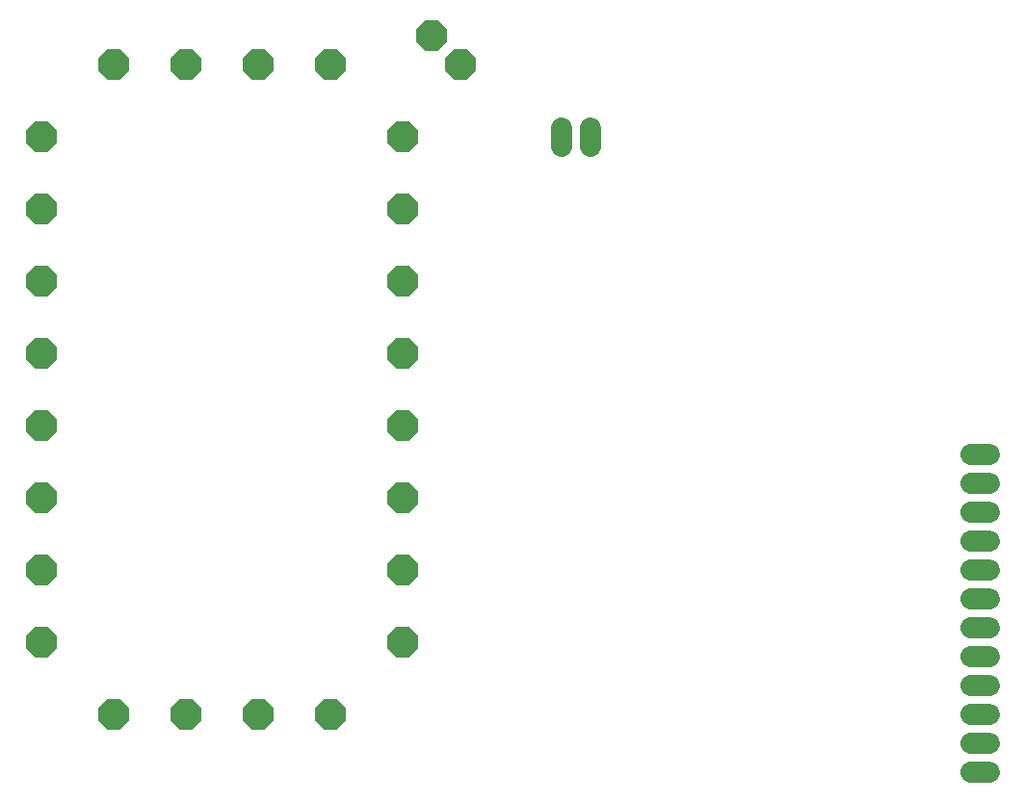
<source format=gbs>
G75*
G70*
%OFA0B0*%
%FSLAX24Y24*%
%IPPOS*%
%LPD*%
%AMOC8*
5,1,8,0,0,1.08239X$1,22.5*
%
%ADD10C,0.0720*%
%ADD11OC8,0.1080*%
D10*
X023101Y023281D02*
X023101Y023921D01*
X024101Y023921D02*
X024101Y023281D01*
X037281Y012601D02*
X037921Y012601D01*
X037921Y011601D02*
X037281Y011601D01*
X037281Y010601D02*
X037921Y010601D01*
X037921Y009601D02*
X037281Y009601D01*
X037281Y008601D02*
X037921Y008601D01*
X037921Y007601D02*
X037281Y007601D01*
X037281Y006601D02*
X037921Y006601D01*
X037921Y005601D02*
X037281Y005601D01*
X037281Y004601D02*
X037921Y004601D01*
X037921Y003601D02*
X037281Y003601D01*
X037281Y002601D02*
X037921Y002601D01*
X037921Y001601D02*
X037281Y001601D01*
D11*
X007601Y003601D03*
X010101Y003601D03*
X012601Y003601D03*
X015101Y003601D03*
X017601Y006101D03*
X017601Y008601D03*
X017601Y011101D03*
X017601Y013601D03*
X017601Y016101D03*
X017601Y018601D03*
X017601Y021101D03*
X017601Y023601D03*
X019601Y026101D03*
X018601Y027101D03*
X015101Y026101D03*
X012601Y026101D03*
X010101Y026101D03*
X007601Y026101D03*
X005101Y023601D03*
X005101Y021101D03*
X005101Y018601D03*
X005101Y016101D03*
X005101Y013601D03*
X005101Y011101D03*
X005101Y008601D03*
X005101Y006101D03*
M02*

</source>
